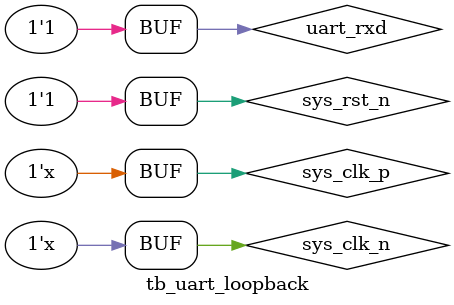
<source format=v>
`timescale 1ns/1ns
module tb_uart_loopback();

    reg     sys_clk_p;
    reg     sys_clk_n;
    reg     sys_rst_n;
    reg     uart_rxd;
    wire    uart_txd;
    initial begin
        sys_clk_p <= 1'b0;
        sys_clk_n <= 1'b1;
        sys_rst_n <= 1'b0;
        uart_rxd <= 1'b1;
        #200    
        sys_rst_n <= 1'b1;
        #1000
        uart_rxd <= 1'b0;
        #8680
        uart_rxd <= 1'b1;
        #8680
        uart_rxd <= 1'b0;
        #8680
        uart_rxd <= 1'b1;
        #8680
        uart_rxd <= 1'b0;
        #8680
        uart_rxd <= 1'b1;
        #8680
        uart_rxd <= 1'b0;
        #8680
        uart_rxd <= 1'b1;
        #8680
        uart_rxd <= 1'b0;
        #8680
        uart_rxd <= 1'b1;
        #8680
        uart_rxd <= 1'b1;
    end
    always #5 sys_clk_p = ~ sys_clk_p;
    always #5 sys_clk_n = ~ sys_clk_n;
    
    uart_loopback #(
        .CLK_PERIOD 	(100000000  ),
        .UART_BPS   	(115200     ))
    u_uart_loopback(
        .sys_clk_p 	(sys_clk_p  ),
        .sys_clk_n 	(sys_clk_n  ),
        .sys_rst_n 	(sys_rst_n  ),
        .uart_rxd  	(uart_rxd   ),
        .uart_txd  	(uart_txd   )
    );
    
endmodule
</source>
